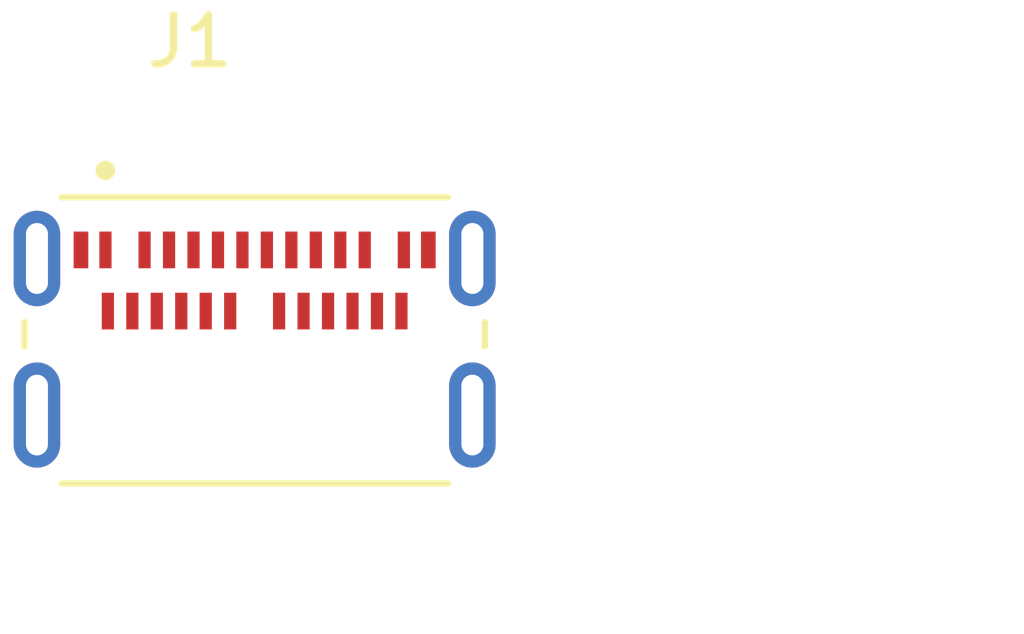
<source format=kicad_pcb>
(kicad_pcb (version 20221018) (generator pcbnew)
  (layers (0 "F.Cu" signal) (31 "B.Cu" signal) (34 "B.Paste" user) (35 "F.Paste" user) (36 "B.SilkS" user "B.Silkscreen") (37 "F.SilkS" user "F.Silkscreen") (38 "B.Mask" user) (39 "F.Mask" user) (44 "Edge.Cuts" user))
  (net 0 "")
  (footprint "Connector_Amphenol:AMPHENOL_124018802112A" (layer "F.Cu") (at 70.05 64.75)
    (fp_text reference "J1" (at -1.325 -7.635) (layer "F.SilkS"))
    (fp_text value "124018802112A")
    (fp_line (start -4.705 -1.9) (end -4.705 -1.4) (stroke (width 0.127)) (layer "F.SilkS"))
    (fp_line (start -3.95 -4.45) (end 3.95 -4.45) (stroke (width 0.127)) (layer "F.SilkS"))
    (fp_line (start -3.95 1.4) (end 3.95 1.4) (stroke (width 0.127)) (layer "F.SilkS"))
    (fp_line (start 4.705 -1.9) (end 4.705 -1.4) (stroke (width 0.127)) (layer "F.SilkS"))
    (fp_circle (center -3.05 -5) (end -2.95 -5) (stroke (width 0.2)) (fill none) (layer "F.SilkS"))
    (pad "A1" smd rect (at -3.05 -3.375) (size 0.25 0.75) (layers "F.Cu" "F.Paste" "F.Mask"))
    (pad "A2" smd rect (at -2.25 -3.375) (size 0.25 0.75) (layers "F.Cu" "F.Paste" "F.Mask"))
    (pad "A3" smd rect (at -1.75 -3.375) (size 0.25 0.75) (layers "F.Cu" "F.Paste" "F.Mask"))
    (pad "A4" smd rect (at -1.25 -3.375) (size 0.25 0.75) (layers "F.Cu" "F.Paste" "F.Mask"))
    (pad "A5" smd rect (at -0.75 -3.375) (size 0.25 0.75) (layers "F.Cu" "F.Paste" "F.Mask"))
    (pad "A6" smd rect (at -0.25 -3.375) (size 0.25 0.75) (layers "F.Cu" "F.Paste" "F.Mask"))
    (pad "A7" smd rect (at 0.25 -3.375) (size 0.25 0.75) (layers "F.Cu" "F.Paste" "F.Mask"))
    (pad "A8" smd rect (at 0.75 -3.375) (size 0.25 0.75) (layers "F.Cu" "F.Paste" "F.Mask"))
    (pad "A9" smd rect (at 1.25 -3.375) (size 0.25 0.75) (layers "F.Cu" "F.Paste" "F.Mask"))
    (pad "A10" smd rect (at 1.75 -3.375) (size 0.25 0.75) (layers "F.Cu" "F.Paste" "F.Mask"))
    (pad "A11" smd rect (at 2.25 -3.375) (size 0.25 0.75) (layers "F.Cu" "F.Paste" "F.Mask"))
    (pad "A12" smd rect (at 3.05 -3.375) (size 0.25 0.75) (layers "F.Cu" "F.Paste" "F.Mask"))
    (pad "B1" smd rect (at 3 -2.125) (size 0.25 0.75) (layers "F.Cu" "F.Paste" "F.Mask"))
    (pad "B2" smd rect (at 2.5 -2.125) (size 0.25 0.75) (layers "F.Cu" "F.Paste" "F.Mask"))
    (pad "B3" smd rect (at 2 -2.125) (size 0.25 0.75) (layers "F.Cu" "F.Paste" "F.Mask"))
    (pad "B4" smd rect (at 1.5 -2.125) (size 0.25 0.75) (layers "F.Cu" "F.Paste" "F.Mask"))
    (pad "B5" smd rect (at 1 -2.125) (size 0.25 0.75) (layers "F.Cu" "F.Paste" "F.Mask"))
    (pad "B6" smd rect (at 0.5 -2.125) (size 0.25 0.75) (layers "F.Cu" "F.Paste" "F.Mask"))
    (pad "B7" smd rect (at -0.5 -2.125) (size 0.25 0.75) (layers "F.Cu" "F.Paste" "F.Mask"))
    (pad "B8" smd rect (at -1 -2.125) (size 0.25 0.75) (layers "F.Cu" "F.Paste" "F.Mask"))
    (pad "B9" smd rect (at -1.5 -2.125) (size 0.25 0.75) (layers "F.Cu" "F.Paste" "F.Mask"))
    (pad "B10" smd rect (at -2 -2.125) (size 0.25 0.75) (layers "F.Cu" "F.Paste" "F.Mask"))
    (pad "B11" smd rect (at -2.5 -2.125) (size 0.25 0.75) (layers "F.Cu" "F.Paste" "F.Mask"))
    (pad "B12" smd rect (at -3 -2.125) (size 0.25 0.75) (layers "F.Cu" "F.Paste" "F.Mask"))
    (pad "G1" smd rect (at -3.55 -3.375) (size 0.3 0.75) (layers "F.Cu" "F.Paste" "F.Mask"))
    (pad "G2" smd rect (at 3.55 -3.375) (size 0.3 0.75) (layers "F.Cu" "F.Paste" "F.Mask"))
    (pad "S1" thru_hole oval (at -4.45 -3.2) (size 0.95 1.95) (drill oval 0.45 1.45) (layers "*.Cu" "*.Mask"))
    (pad "S2" thru_hole oval (at 4.45 -3.2) (size 0.95 1.95) (drill oval 0.45 1.45) (layers "*.Cu" "*.Mask"))
    (pad "S3" thru_hole oval (at -4.45 0) (size 0.95 2.15) (drill oval 0.45 1.65) (layers "*.Cu" "*.Mask"))
    (pad "S4" thru_hole oval (at 4.45 0) (size 0.95 2.15) (drill oval 0.45 1.65) (layers "*.Cu" "*.Mask"))
  )
)
</source>
